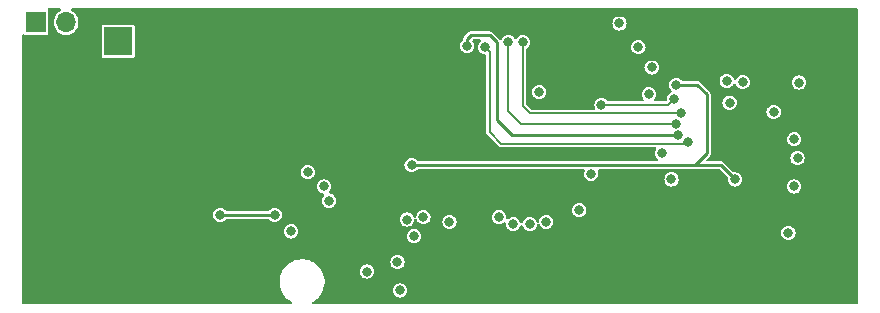
<source format=gbr>
%TF.GenerationSoftware,KiCad,Pcbnew,8.0.5*%
%TF.CreationDate,2024-09-13T15:02:39+03:00*%
%TF.ProjectId,LEXI-R422,4c455849-2d52-4343-9232-2e6b69636164,rev?*%
%TF.SameCoordinates,Original*%
%TF.FileFunction,Copper,L3,Inr*%
%TF.FilePolarity,Positive*%
%FSLAX46Y46*%
G04 Gerber Fmt 4.6, Leading zero omitted, Abs format (unit mm)*
G04 Created by KiCad (PCBNEW 8.0.5) date 2024-09-13 15:02:39*
%MOMM*%
%LPD*%
G01*
G04 APERTURE LIST*
%TA.AperFunction,ComponentPad*%
%ADD10C,0.600000*%
%TD*%
%TA.AperFunction,ComponentPad*%
%ADD11R,2.400000X2.400000*%
%TD*%
%TA.AperFunction,ComponentPad*%
%ADD12C,2.400000*%
%TD*%
%TA.AperFunction,ComponentPad*%
%ADD13R,1.700000X1.700000*%
%TD*%
%TA.AperFunction,ComponentPad*%
%ADD14O,1.700000X1.700000*%
%TD*%
%TA.AperFunction,ViaPad*%
%ADD15C,0.400000*%
%TD*%
%TA.AperFunction,ViaPad*%
%ADD16C,0.800000*%
%TD*%
%TA.AperFunction,Conductor*%
%ADD17C,0.250000*%
%TD*%
%TA.AperFunction,Conductor*%
%ADD18C,0.200000*%
%TD*%
G04 APERTURE END LIST*
D10*
%TO.N,GND*%
%TO.C,U1*%
X26450000Y6650000D03*
X26450000Y5650000D03*
%TD*%
D11*
%TO.N,/+3V6d*%
%TO.C,BT1*%
X11750000Y19500000D03*
D12*
%TO.N,GND*%
X11750000Y-1500000D03*
X15500000Y-1500000D03*
X8000000Y-1500000D03*
%TD*%
D13*
%TO.N,/+3V6*%
%TO.C,J1*%
X4800000Y21100000D03*
D14*
%TO.N,/+3V6d*%
X7340000Y21100000D03*
%TD*%
D15*
%TO.N,GND*%
X22833000Y15636343D03*
X72333000Y9636343D03*
X13833000Y17136343D03*
X70833000Y-863657D03*
X15333000Y20136343D03*
X21333000Y15636343D03*
X10833000Y5136343D03*
X72333000Y6636343D03*
X72333000Y3636343D03*
X22833000Y17136343D03*
X35400000Y15200000D03*
X24333000Y18636343D03*
X25833000Y21636343D03*
X32400000Y15000000D03*
X15333000Y5136343D03*
X34833000Y12636343D03*
X36333000Y11136343D03*
X57333000Y-2363657D03*
X55833000Y-2363657D03*
X18333000Y-2363657D03*
X73833000Y-863657D03*
X15333000Y9636343D03*
X10833000Y636343D03*
X27333000Y21636343D03*
X15333000Y8136343D03*
X36333000Y18636343D03*
X25833000Y9636343D03*
X13833000Y21636343D03*
X29000000Y17400000D03*
X73833000Y6636343D03*
X21333000Y-2363657D03*
X73833000Y5136343D03*
X18333000Y-863657D03*
X13833000Y20136343D03*
X4833000Y12636343D03*
X69333000Y636343D03*
X73833000Y3636343D03*
X4833000Y636343D03*
X25833000Y17136343D03*
X36333000Y21636343D03*
X60333000Y-2363657D03*
X34833000Y11136343D03*
X36333000Y20136343D03*
X27333000Y11136343D03*
X4833000Y2136343D03*
X7833000Y636343D03*
X58833000Y-2363657D03*
X70833000Y2136343D03*
X25833000Y18636343D03*
X15333000Y11136343D03*
X9333000Y17136343D03*
X30333000Y12636343D03*
X4833000Y-863657D03*
X73833000Y2136343D03*
X28800000Y18000000D03*
X31800000Y15000000D03*
X49833000Y2136343D03*
X37833000Y21636343D03*
X15333000Y12636343D03*
X27333000Y14136343D03*
X63333000Y-2363657D03*
X72333000Y11136343D03*
D16*
X18135600Y16179800D03*
D15*
X45333000Y-2363657D03*
X12333000Y21636343D03*
X9333000Y636343D03*
X13833000Y14136343D03*
X49833000Y-2363657D03*
X15333000Y18636343D03*
X32400000Y17200000D03*
X30333000Y636343D03*
X4833000Y3636343D03*
X24333000Y20136343D03*
X73833000Y11136343D03*
X73833000Y9636343D03*
X30600000Y17000000D03*
X24333000Y636343D03*
X48333000Y-2363657D03*
X51333000Y18636343D03*
X33333000Y12636343D03*
X39333000Y20136343D03*
X13833000Y18636343D03*
X7833000Y18636343D03*
X24333000Y-2363657D03*
X25833000Y20136343D03*
X33000000Y15000000D03*
X31833000Y12636343D03*
X21333000Y14136343D03*
X40833000Y-2363657D03*
X43833000Y-2363657D03*
X72333000Y636343D03*
X61833000Y-2363657D03*
X33333000Y18636343D03*
X33333000Y11136343D03*
X58833000Y2136343D03*
X45333000Y21636343D03*
X24333000Y21636343D03*
X28833000Y12636343D03*
X15333000Y14136343D03*
X37833000Y20136343D03*
X24333000Y14136343D03*
X55833000Y6636343D03*
X39333000Y21636343D03*
X72333000Y14136343D03*
X30333000Y-863657D03*
X46833000Y-2363657D03*
X9333000Y18636343D03*
X72333000Y2136343D03*
X58833000Y3636343D03*
X33333000Y-2363657D03*
X46833000Y21636343D03*
X69333000Y-2363657D03*
X13833000Y9636343D03*
X73833000Y12636343D03*
X13833000Y11136343D03*
X25833000Y12636343D03*
X27333000Y15636343D03*
X7833000Y2136343D03*
X36000000Y15200000D03*
D16*
X22707600Y21285200D03*
D15*
X15333000Y3636343D03*
X24333000Y17136343D03*
X31833000Y21636343D03*
X31200000Y15000000D03*
X55833000Y2136343D03*
X4833000Y5136343D03*
X51333000Y17136343D03*
X19833000Y14136343D03*
X67833000Y-2363657D03*
X4833000Y-2363657D03*
X39333000Y2136343D03*
X22833000Y-863657D03*
X16833000Y14136343D03*
X51333000Y15636343D03*
X7833000Y3636343D03*
X24333000Y-863657D03*
X52833000Y-2363657D03*
X72333000Y8136343D03*
X72333000Y-2363657D03*
X28800000Y15600000D03*
X18333000Y14136343D03*
X64833000Y-2363657D03*
X48333000Y20136343D03*
X25833000Y14136343D03*
X22833000Y14136343D03*
X31800000Y17200000D03*
X39333000Y-2363657D03*
X33333000Y21636343D03*
X4833000Y11136343D03*
X69333000Y-863657D03*
X42333000Y-2363657D03*
X33333000Y9636343D03*
X13833000Y12636343D03*
X31200000Y17200000D03*
X15333000Y21636343D03*
X25833000Y11136343D03*
X19833000Y-863657D03*
X48333000Y21636343D03*
X21333000Y-863657D03*
X34833000Y20136343D03*
X54333000Y-2363657D03*
X58833000Y5136343D03*
X13833000Y15636343D03*
X36333000Y12636343D03*
X37833000Y-2363657D03*
X70833000Y-2363657D03*
X6333000Y636343D03*
X19833000Y15636343D03*
X31833000Y-2363657D03*
X28800000Y16800000D03*
X27333000Y12636343D03*
X67833000Y636343D03*
X34800000Y17200000D03*
X30800000Y18200000D03*
X64833000Y-863657D03*
X34833000Y18636343D03*
X19833000Y-2363657D03*
X36600000Y17000000D03*
X36000000Y17000000D03*
X57333000Y2136343D03*
X10833000Y3636343D03*
X30333000Y-2363657D03*
X22833000Y-2363657D03*
X13833000Y5136343D03*
X73833000Y8136343D03*
X33000000Y17200000D03*
X27333000Y17136343D03*
X22833000Y18636343D03*
X4833000Y14136343D03*
X33600000Y15000000D03*
X70833000Y636343D03*
X9333000Y2136343D03*
X66333000Y-2363657D03*
X35400000Y17000000D03*
X25833000Y15636343D03*
X73833000Y-2363657D03*
X72333000Y12636343D03*
X9333000Y3636343D03*
X30800000Y17600000D03*
X40833000Y2136343D03*
X33333000Y20136343D03*
X34833000Y21636343D03*
X33600000Y17200000D03*
X72333000Y-863657D03*
X34200000Y17200000D03*
X73833000Y636343D03*
X28800000Y16200000D03*
X64833000Y21636343D03*
X36600000Y15200000D03*
X24333000Y15636343D03*
X10833000Y2136343D03*
X42333000Y3636343D03*
X73833000Y14136343D03*
X34833000Y9636343D03*
X15333000Y15636343D03*
X51333000Y-2363657D03*
D16*
%TO.N,/uRST*%
X56675000Y15000000D03*
X48000000Y4200000D03*
%TO.N,/uCLK*%
X46600000Y4000000D03*
X56920000Y17280000D03*
%TO.N,/uData*%
X45200000Y4000000D03*
X55800000Y19000000D03*
%TO.N,/uVDD*%
X44000000Y4600000D03*
%TO.N,/VBAT*%
X29200000Y7200000D03*
X36200000Y4400000D03*
X69400000Y16000000D03*
X39800000Y4200000D03*
X35400000Y800000D03*
X37600000Y4600000D03*
X35600000Y-1600000D03*
X36800000Y3000000D03*
X29600000Y6000000D03*
X27800000Y8400000D03*
%TO.N,/uPWRKEY*%
X69000000Y11200000D03*
%TO.N,/uDTR*%
X63275000Y16125000D03*
%TO.N,/TxD*%
X69275000Y9600000D03*
%TO.N,/RxD*%
X69000000Y7200000D03*
%TO.N,/uDCD*%
X64625000Y16025000D03*
%TO.N,/RXD*%
X59148889Y11524985D03*
X41300000Y19100000D03*
%TO.N,/TXD*%
X60000000Y11000000D03*
X42800000Y19000000D03*
%TO.N,/VDD_EXT*%
X64002158Y7796763D03*
X36600000Y9000000D03*
X59000000Y15800000D03*
%TO.N,/DTR*%
X46000000Y19400000D03*
X59400000Y13400000D03*
%TO.N,/DCD*%
X58952785Y12505571D03*
X44800000Y19400000D03*
%TO.N,/PWRKEY*%
X50800000Y5200000D03*
%TO.N,/Alim*%
X32800000Y0D03*
X26400000Y3400000D03*
%TO.N,/+3V6d*%
X25000000Y4800000D03*
X20400000Y4800000D03*
%TO.N,/+3V3_UC*%
X68500000Y3275000D03*
X67250000Y13500000D03*
X63525000Y14300000D03*
%TO.N,/Vbus*%
X58800000Y14600000D03*
X52675000Y14100000D03*
%TO.N,/U5V*%
X58600000Y7800000D03*
X51800000Y8275000D03*
%TO.N,/P99*%
X47400000Y15200000D03*
X57800000Y10000000D03*
%TO.N,/Network*%
X54200000Y21000000D03*
%TD*%
D17*
%TO.N,/RXD*%
X45075015Y11524985D02*
X59148889Y11524985D01*
X41300000Y19100000D02*
X41300000Y19700000D01*
X41300000Y19700000D02*
X41600000Y20000000D01*
X43200000Y20000000D02*
X43800000Y19400000D01*
X43800000Y12800000D02*
X45075015Y11524985D01*
X41600000Y20000000D02*
X43200000Y20000000D01*
X43800000Y19400000D02*
X43800000Y12800000D01*
D18*
%TO.N,/TXD*%
X44175015Y10824985D02*
X43200000Y11800000D01*
X43200000Y11800000D02*
X43200000Y18600000D01*
X59824985Y10824985D02*
X44175015Y10824985D01*
X43200000Y18600000D02*
X42800000Y19000000D01*
X60000000Y11000000D02*
X59824985Y10824985D01*
D17*
%TO.N,/VDD_EXT*%
X59800000Y9000000D02*
X62800000Y9000000D01*
X64002158Y7797842D02*
X64002158Y7796763D01*
X62800000Y9000000D02*
X64002158Y7797842D01*
X61600000Y15000000D02*
X60800000Y15800000D01*
X60600000Y9000000D02*
X61600000Y10000000D01*
X36600000Y9000000D02*
X59800000Y9000000D01*
X61600000Y10000000D02*
X61600000Y15000000D01*
X59800000Y9000000D02*
X60600000Y9000000D01*
X60800000Y15800000D02*
X59000000Y15800000D01*
D18*
%TO.N,/DTR*%
X46600000Y13400000D02*
X46000000Y14000000D01*
X46000000Y14000000D02*
X46000000Y19400000D01*
X59400000Y13400000D02*
X46600000Y13400000D01*
%TO.N,/DCD*%
X58952785Y12505571D02*
X45894429Y12505571D01*
X44800000Y13600000D02*
X44800000Y19400000D01*
X45894429Y12505571D02*
X44800000Y13600000D01*
D17*
%TO.N,/+3V6d*%
X25000000Y4800000D02*
X20400000Y4800000D01*
D18*
%TO.N,/Vbus*%
X58300000Y14100000D02*
X58800000Y14600000D01*
X52675000Y14100000D02*
X58300000Y14100000D01*
%TD*%
%TA.AperFunction,Conductor*%
%TO.N,GND*%
G36*
X6892473Y22264398D02*
G01*
X6938966Y22210742D01*
X6949070Y22140468D01*
X6919576Y22075888D01*
X6883750Y22047279D01*
X6753550Y21977685D01*
X6593590Y21846410D01*
X6462315Y21686450D01*
X6462313Y21686447D01*
X6364768Y21503954D01*
X6304698Y21305927D01*
X6284417Y21100003D01*
X6284417Y21099996D01*
X6304698Y20894072D01*
X6364768Y20696045D01*
X6462313Y20513552D01*
X6593590Y20353590D01*
X6753552Y20222313D01*
X6936045Y20124768D01*
X7134072Y20064698D01*
X7339997Y20044417D01*
X7340000Y20044417D01*
X7340003Y20044417D01*
X7545927Y20064698D01*
X7743954Y20124768D01*
X7926447Y20222313D01*
X7926448Y20222314D01*
X7926450Y20222315D01*
X8086410Y20353590D01*
X8217685Y20513550D01*
X8315232Y20696046D01*
X8322422Y20719750D01*
X10349500Y20719750D01*
X10349500Y18280249D01*
X10361132Y18221771D01*
X10361133Y18221768D01*
X10405448Y18155448D01*
X10471768Y18111133D01*
X10471771Y18111132D01*
X10530249Y18099500D01*
X10530252Y18099500D01*
X12969750Y18099500D01*
X13028228Y18111132D01*
X13028231Y18111133D01*
X13094552Y18155448D01*
X13138867Y18221769D01*
X13150500Y18280252D01*
X13150500Y20719748D01*
X13138867Y20778231D01*
X13094552Y20844552D01*
X13028231Y20888867D01*
X12969748Y20900500D01*
X10530252Y20900500D01*
X10471769Y20888867D01*
X10405448Y20844552D01*
X10361133Y20778231D01*
X10361132Y20778228D01*
X10349500Y20719750D01*
X8322422Y20719750D01*
X8375300Y20894066D01*
X8385734Y21000000D01*
X53594318Y21000000D01*
X53594318Y20999999D01*
X53614955Y20843239D01*
X53675463Y20697160D01*
X53675465Y20697157D01*
X53771718Y20571718D01*
X53897157Y20475465D01*
X53897160Y20475463D01*
X54043239Y20414955D01*
X54200000Y20394318D01*
X54356760Y20414955D01*
X54502839Y20475463D01*
X54502842Y20475465D01*
X54628282Y20571718D01*
X54724536Y20697159D01*
X54785044Y20843238D01*
X54805682Y21000000D01*
X54785044Y21156762D01*
X54724536Y21302841D01*
X54628282Y21428282D01*
X54502841Y21524536D01*
X54356762Y21585044D01*
X54200000Y21605682D01*
X54043238Y21585044D01*
X53897159Y21524536D01*
X53771718Y21428282D01*
X53677832Y21305927D01*
X53675465Y21302842D01*
X53675463Y21302839D01*
X53614955Y21156760D01*
X53594318Y21000000D01*
X8385734Y21000000D01*
X8395583Y21100000D01*
X8389993Y21156760D01*
X8375301Y21305927D01*
X8375300Y21305928D01*
X8375300Y21305934D01*
X8315232Y21503954D01*
X8217685Y21686450D01*
X8086410Y21846410D01*
X7926450Y21977685D01*
X7796250Y22047278D01*
X7745603Y22097031D01*
X7729894Y22166267D01*
X7754110Y22233006D01*
X7810564Y22276058D01*
X7855648Y22284400D01*
X74293200Y22284400D01*
X74361321Y22264398D01*
X74407814Y22210742D01*
X74419200Y22158400D01*
X74419200Y-2654000D01*
X74399198Y-2722121D01*
X74345542Y-2768614D01*
X74293200Y-2780000D01*
X28282337Y-2780000D01*
X28214216Y-2759998D01*
X28167723Y-2706342D01*
X28157619Y-2636068D01*
X28187113Y-2571488D01*
X28219337Y-2544881D01*
X28331087Y-2480361D01*
X28388527Y-2447199D01*
X28586176Y-2295538D01*
X28762338Y-2119376D01*
X28913999Y-1921727D01*
X29038564Y-1705973D01*
X29082460Y-1599999D01*
X34994318Y-1599999D01*
X34994318Y-1600000D01*
X35014955Y-1756760D01*
X35014956Y-1756762D01*
X35075464Y-1902841D01*
X35171718Y-2028282D01*
X35297159Y-2124536D01*
X35443238Y-2185044D01*
X35600000Y-2205682D01*
X35756762Y-2185044D01*
X35902841Y-2124536D01*
X36028282Y-2028282D01*
X36124536Y-1902841D01*
X36185044Y-1756762D01*
X36205682Y-1600000D01*
X36185044Y-1443238D01*
X36124536Y-1297159D01*
X36028282Y-1171718D01*
X35902841Y-1075464D01*
X35756762Y-1014956D01*
X35756760Y-1014955D01*
X35600000Y-994318D01*
X35443239Y-1014955D01*
X35297160Y-1075463D01*
X35297157Y-1075465D01*
X35171718Y-1171718D01*
X35075465Y-1297157D01*
X35075463Y-1297160D01*
X35014955Y-1443239D01*
X34994318Y-1599999D01*
X29082460Y-1599999D01*
X29133902Y-1475807D01*
X29198382Y-1235165D01*
X29230900Y-988165D01*
X29230900Y-739035D01*
X29198382Y-492035D01*
X29133902Y-251393D01*
X29038564Y-21227D01*
X29038558Y-21218D01*
X29038557Y-21214D01*
X29026309Y0D01*
X32194318Y0D01*
X32214955Y-156760D01*
X32254154Y-251393D01*
X32275464Y-302841D01*
X32371718Y-428282D01*
X32497159Y-524536D01*
X32643238Y-585044D01*
X32800000Y-605682D01*
X32956762Y-585044D01*
X33102841Y-524536D01*
X33228282Y-428282D01*
X33324536Y-302841D01*
X33385044Y-156762D01*
X33405682Y0D01*
X33385044Y156762D01*
X33324536Y302841D01*
X33228282Y428282D01*
X33102841Y524536D01*
X32956762Y585044D01*
X32800000Y605682D01*
X32643238Y585044D01*
X32497159Y524536D01*
X32371718Y428282D01*
X32275465Y302842D01*
X32275463Y302839D01*
X32214955Y156760D01*
X32194318Y0D01*
X29026309Y0D01*
X28935804Y156760D01*
X28913999Y194527D01*
X28762338Y392176D01*
X28586176Y568338D01*
X28388527Y719999D01*
X28249961Y800000D01*
X34794318Y800000D01*
X34794318Y799999D01*
X34814955Y643239D01*
X34875463Y497160D01*
X34875465Y497157D01*
X34971718Y371718D01*
X35097157Y275465D01*
X35097160Y275463D01*
X35243239Y214955D01*
X35400000Y194318D01*
X35556760Y214955D01*
X35702839Y275463D01*
X35702842Y275465D01*
X35828282Y371718D01*
X35924536Y497159D01*
X35985044Y643238D01*
X36005682Y800000D01*
X35985044Y956762D01*
X35924536Y1102841D01*
X35828282Y1228282D01*
X35702841Y1324536D01*
X35556762Y1385044D01*
X35400000Y1405682D01*
X35243238Y1385044D01*
X35097159Y1324536D01*
X34971718Y1228282D01*
X34875465Y1102842D01*
X34875463Y1102839D01*
X34814955Y956760D01*
X34794318Y800000D01*
X28249961Y800000D01*
X28172773Y844564D01*
X27942607Y939902D01*
X27701965Y1004382D01*
X27701958Y1004382D01*
X27701958Y1004383D01*
X27678190Y1007511D01*
X27454965Y1036900D01*
X27205835Y1036900D01*
X27022499Y1012763D01*
X26958841Y1004383D01*
X26958839Y1004382D01*
X26958835Y1004382D01*
X26718193Y939902D01*
X26488027Y844564D01*
X26488018Y844558D01*
X26488014Y844557D01*
X26272276Y720001D01*
X26272273Y719999D01*
X26074624Y568338D01*
X26074618Y568332D01*
X26074613Y568328D01*
X25898471Y392186D01*
X25898466Y392180D01*
X25898462Y392176D01*
X25762477Y214956D01*
X25746798Y194523D01*
X25622242Y-21214D01*
X25622237Y-21225D01*
X25622236Y-21227D01*
X25526898Y-251393D01*
X25526897Y-251397D01*
X25462416Y-492041D01*
X25429900Y-739032D01*
X25429900Y-988167D01*
X25462416Y-1235158D01*
X25462418Y-1235165D01*
X25526898Y-1475807D01*
X25622236Y-1705973D01*
X25622237Y-1705974D01*
X25622242Y-1705985D01*
X25746798Y-1921723D01*
X25746800Y-1921726D01*
X25746801Y-1921727D01*
X25898462Y-2119376D01*
X25898466Y-2119380D01*
X25898471Y-2119386D01*
X26074613Y-2295528D01*
X26074618Y-2295532D01*
X26074624Y-2295538D01*
X26272273Y-2447199D01*
X26272276Y-2447201D01*
X26441463Y-2544881D01*
X26490456Y-2596263D01*
X26503892Y-2665977D01*
X26477506Y-2731888D01*
X26419674Y-2773070D01*
X26378463Y-2780000D01*
X3751000Y-2780000D01*
X3682879Y-2759998D01*
X3636386Y-2706342D01*
X3625000Y-2654000D01*
X3625000Y3400000D01*
X25794318Y3400000D01*
X25794318Y3399999D01*
X25814955Y3243239D01*
X25875463Y3097160D01*
X25875465Y3097157D01*
X25971718Y2971718D01*
X26097157Y2875465D01*
X26097160Y2875463D01*
X26243239Y2814955D01*
X26400000Y2794318D01*
X26556760Y2814955D01*
X26702839Y2875463D01*
X26702842Y2875465D01*
X26828282Y2971718D01*
X26849983Y3000000D01*
X36194318Y3000000D01*
X36194318Y2999999D01*
X36214955Y2843239D01*
X36275463Y2697160D01*
X36275465Y2697157D01*
X36371718Y2571718D01*
X36497157Y2475465D01*
X36497160Y2475463D01*
X36643239Y2414955D01*
X36800000Y2394318D01*
X36956760Y2414955D01*
X37102839Y2475463D01*
X37102842Y2475465D01*
X37228282Y2571718D01*
X37324536Y2697159D01*
X37385044Y2843238D01*
X37401959Y2971718D01*
X37405682Y2999999D01*
X37405682Y3000000D01*
X37390116Y3118238D01*
X37385044Y3156762D01*
X37336068Y3275000D01*
X67894318Y3275000D01*
X67894318Y3274999D01*
X67914955Y3118239D01*
X67975463Y2972160D01*
X67975465Y2972157D01*
X68071718Y2846718D01*
X68197157Y2750465D01*
X68197160Y2750463D01*
X68343239Y2689955D01*
X68500000Y2669318D01*
X68656760Y2689955D01*
X68802839Y2750463D01*
X68802842Y2750465D01*
X68928282Y2846718D01*
X69024536Y2972159D01*
X69085044Y3118238D01*
X69095363Y3196619D01*
X69105682Y3274999D01*
X69105682Y3275000D01*
X69102017Y3302842D01*
X69085044Y3431762D01*
X69024536Y3577841D01*
X68928282Y3703282D01*
X68802841Y3799536D01*
X68656762Y3860044D01*
X68500000Y3880682D01*
X68343238Y3860044D01*
X68197159Y3799536D01*
X68071718Y3703282D01*
X67980991Y3585044D01*
X67975465Y3577842D01*
X67975463Y3577839D01*
X67914955Y3431760D01*
X67894318Y3275000D01*
X37336068Y3275000D01*
X37324536Y3302841D01*
X37228282Y3428282D01*
X37102841Y3524536D01*
X36956762Y3585044D01*
X36800000Y3605682D01*
X36643238Y3585044D01*
X36497159Y3524536D01*
X36371718Y3428282D01*
X36350017Y3400000D01*
X36275465Y3302842D01*
X36275463Y3302839D01*
X36214955Y3156760D01*
X36194318Y3000000D01*
X26849983Y3000000D01*
X26924536Y3097159D01*
X26985044Y3243238D01*
X27005682Y3400000D01*
X26985044Y3556762D01*
X26924536Y3702841D01*
X26828282Y3828282D01*
X26702841Y3924536D01*
X26556762Y3985044D01*
X26400000Y4005682D01*
X26243238Y3985044D01*
X26097159Y3924536D01*
X25971718Y3828282D01*
X25875802Y3703281D01*
X25875465Y3702842D01*
X25875463Y3702839D01*
X25814955Y3556760D01*
X25794318Y3400000D01*
X3625000Y3400000D01*
X3625000Y4800000D01*
X19794318Y4800000D01*
X19794318Y4799999D01*
X19814955Y4643239D01*
X19875463Y4497160D01*
X19875465Y4497157D01*
X19971718Y4371718D01*
X20097157Y4275465D01*
X20097160Y4275463D01*
X20243239Y4214955D01*
X20400000Y4194318D01*
X20556760Y4214955D01*
X20702839Y4275463D01*
X20702842Y4275465D01*
X20731113Y4297158D01*
X20828282Y4371718D01*
X20828284Y4371720D01*
X20869324Y4425204D01*
X20926662Y4467071D01*
X20969286Y4474500D01*
X24430714Y4474500D01*
X24498835Y4454498D01*
X24530676Y4425204D01*
X24571715Y4371720D01*
X24697157Y4275465D01*
X24697160Y4275463D01*
X24843239Y4214955D01*
X25000000Y4194318D01*
X25156760Y4214955D01*
X25302839Y4275463D01*
X25302842Y4275465D01*
X25428282Y4371718D01*
X25449983Y4400000D01*
X35594318Y4400000D01*
X35594318Y4399999D01*
X35614955Y4243239D01*
X35675463Y4097160D01*
X35675465Y4097157D01*
X35771718Y3971718D01*
X35897157Y3875465D01*
X35897160Y3875463D01*
X36043239Y3814955D01*
X36200000Y3794318D01*
X36356760Y3814955D01*
X36502839Y3875463D01*
X36502842Y3875465D01*
X36509641Y3880682D01*
X36628282Y3971718D01*
X36724536Y4097159D01*
X36785044Y4243238D01*
X36799096Y4349974D01*
X36827818Y4414901D01*
X36887084Y4453993D01*
X36958075Y4454838D01*
X37018254Y4417168D01*
X37040425Y4381749D01*
X37075464Y4297159D01*
X37075465Y4297158D01*
X37075465Y4297157D01*
X37171718Y4171718D01*
X37297157Y4075465D01*
X37297160Y4075463D01*
X37443239Y4014955D01*
X37600000Y3994318D01*
X37756760Y4014955D01*
X37902839Y4075463D01*
X37902842Y4075465D01*
X38028282Y4171718D01*
X38049983Y4200000D01*
X39194318Y4200000D01*
X39194318Y4199999D01*
X39214955Y4043239D01*
X39275463Y3897160D01*
X39275465Y3897157D01*
X39371718Y3771718D01*
X39497157Y3675465D01*
X39497160Y3675463D01*
X39643239Y3614955D01*
X39800000Y3594318D01*
X39956760Y3614955D01*
X40102839Y3675463D01*
X40102842Y3675465D01*
X40228282Y3771718D01*
X40324536Y3897159D01*
X40385044Y4043238D01*
X40405682Y4200000D01*
X40385044Y4356762D01*
X40324536Y4502841D01*
X40249983Y4600000D01*
X43394318Y4600000D01*
X43394318Y4599999D01*
X43414955Y4443239D01*
X43475463Y4297160D01*
X43475465Y4297157D01*
X43571718Y4171718D01*
X43697157Y4075465D01*
X43697160Y4075463D01*
X43843239Y4014955D01*
X44000000Y3994318D01*
X44156760Y4014955D01*
X44302839Y4075463D01*
X44302842Y4075465D01*
X44312097Y4082566D01*
X44396792Y4147555D01*
X44463013Y4173155D01*
X44532562Y4158890D01*
X44583357Y4109289D01*
X44599273Y4040099D01*
X44598418Y4031147D01*
X44594318Y4000001D01*
X44594318Y3999999D01*
X44614955Y3843239D01*
X44675463Y3697160D01*
X44675465Y3697157D01*
X44771718Y3571718D01*
X44897157Y3475465D01*
X44897160Y3475463D01*
X45043239Y3414955D01*
X45200000Y3394318D01*
X45356760Y3414955D01*
X45502839Y3475463D01*
X45502842Y3475465D01*
X45566790Y3524534D01*
X45628282Y3571718D01*
X45724536Y3697159D01*
X45783591Y3839731D01*
X45828140Y3895012D01*
X45895503Y3917433D01*
X45964294Y3899875D01*
X46012672Y3847913D01*
X46016405Y3839739D01*
X46026671Y3814956D01*
X46075463Y3697160D01*
X46075465Y3697157D01*
X46171718Y3571718D01*
X46297157Y3475465D01*
X46297160Y3475463D01*
X46443239Y3414955D01*
X46600000Y3394318D01*
X46756760Y3414955D01*
X46902839Y3475463D01*
X46902842Y3475465D01*
X46966790Y3524534D01*
X47028282Y3571718D01*
X47124536Y3697159D01*
X47185044Y3843238D01*
X47199096Y3949974D01*
X47227818Y4014901D01*
X47287084Y4053993D01*
X47358075Y4054838D01*
X47418254Y4017168D01*
X47440425Y3981749D01*
X47475464Y3897159D01*
X47475465Y3897158D01*
X47475465Y3897157D01*
X47571718Y3771718D01*
X47697157Y3675465D01*
X47697160Y3675463D01*
X47843239Y3614955D01*
X48000000Y3594318D01*
X48156760Y3614955D01*
X48302839Y3675463D01*
X48302842Y3675465D01*
X48428282Y3771718D01*
X48524536Y3897159D01*
X48585044Y4043238D01*
X48605682Y4200000D01*
X48585044Y4356762D01*
X48524536Y4502841D01*
X48428282Y4628282D01*
X48302841Y4724536D01*
X48156762Y4785044D01*
X48000000Y4805682D01*
X47843238Y4785044D01*
X47697159Y4724536D01*
X47571718Y4628282D01*
X47492111Y4524536D01*
X47475465Y4502842D01*
X47475463Y4502839D01*
X47414955Y4356760D01*
X47400903Y4250024D01*
X47372180Y4185097D01*
X47312915Y4146006D01*
X47241923Y4145161D01*
X47181745Y4182832D01*
X47159575Y4218248D01*
X47124536Y4302841D01*
X47028282Y4428282D01*
X46902841Y4524536D01*
X46756762Y4585044D01*
X46600000Y4605682D01*
X46443238Y4585044D01*
X46297159Y4524536D01*
X46171718Y4428282D01*
X46075465Y4302842D01*
X46075463Y4302839D01*
X46064643Y4276719D01*
X46016407Y4160266D01*
X45971861Y4104987D01*
X45904497Y4082566D01*
X45835706Y4100124D01*
X45787328Y4152086D01*
X45783599Y4160250D01*
X45724536Y4302841D01*
X45628282Y4428282D01*
X45502841Y4524536D01*
X45356762Y4585044D01*
X45200000Y4605682D01*
X45043238Y4585044D01*
X44897159Y4524536D01*
X44803207Y4452444D01*
X44736986Y4426844D01*
X44667438Y4441109D01*
X44616642Y4490710D01*
X44600726Y4559900D01*
X44601579Y4568835D01*
X44605682Y4600000D01*
X44585044Y4756762D01*
X44524536Y4902841D01*
X44428282Y5028282D01*
X44302841Y5124536D01*
X44156762Y5185044D01*
X44043159Y5200000D01*
X50194318Y5200000D01*
X50194318Y5199999D01*
X50214955Y5043239D01*
X50275463Y4897160D01*
X50275465Y4897157D01*
X50371718Y4771718D01*
X50497157Y4675465D01*
X50497160Y4675463D01*
X50643239Y4614955D01*
X50800000Y4594318D01*
X50956760Y4614955D01*
X51102839Y4675463D01*
X51102842Y4675465D01*
X51138514Y4702837D01*
X51228282Y4771718D01*
X51324536Y4897159D01*
X51385044Y5043238D01*
X51405682Y5200000D01*
X51385044Y5356762D01*
X51324536Y5502841D01*
X51228282Y5628282D01*
X51102841Y5724536D01*
X50956762Y5785044D01*
X50800000Y5805682D01*
X50643238Y5785044D01*
X50497159Y5724536D01*
X50371718Y5628282D01*
X50275465Y5502842D01*
X50275463Y5502839D01*
X50214955Y5356760D01*
X50194318Y5200000D01*
X44043159Y5200000D01*
X44000000Y5205682D01*
X43843238Y5185044D01*
X43697159Y5124536D01*
X43571718Y5028282D01*
X43492111Y4924536D01*
X43475465Y4902842D01*
X43475463Y4902839D01*
X43414955Y4756760D01*
X43394318Y4600000D01*
X40249983Y4600000D01*
X40228282Y4628282D01*
X40102841Y4724536D01*
X39956762Y4785044D01*
X39800000Y4805682D01*
X39643238Y4785044D01*
X39497159Y4724536D01*
X39371718Y4628282D01*
X39292111Y4524536D01*
X39275465Y4502842D01*
X39275463Y4502839D01*
X39214955Y4356760D01*
X39194318Y4200000D01*
X38049983Y4200000D01*
X38124536Y4297159D01*
X38185044Y4443238D01*
X38205682Y4600000D01*
X38185044Y4756762D01*
X38124536Y4902841D01*
X38028282Y5028282D01*
X37902841Y5124536D01*
X37756762Y5185044D01*
X37600000Y5205682D01*
X37443238Y5185044D01*
X37297159Y5124536D01*
X37171718Y5028282D01*
X37092111Y4924536D01*
X37075465Y4902842D01*
X37075463Y4902839D01*
X37014955Y4756760D01*
X37000903Y4650024D01*
X36972180Y4585097D01*
X36912915Y4546006D01*
X36841923Y4545161D01*
X36781745Y4582832D01*
X36759575Y4618248D01*
X36724536Y4702841D01*
X36628282Y4828282D01*
X36502841Y4924536D01*
X36356762Y4985044D01*
X36200000Y5005682D01*
X36043238Y4985044D01*
X35897159Y4924536D01*
X35771718Y4828282D01*
X35692111Y4724536D01*
X35675465Y4702842D01*
X35675463Y4702839D01*
X35614955Y4556760D01*
X35594318Y4400000D01*
X25449983Y4400000D01*
X25524536Y4497159D01*
X25585044Y4643238D01*
X25605682Y4800000D01*
X25585044Y4956762D01*
X25524536Y5102841D01*
X25428282Y5228282D01*
X25302841Y5324536D01*
X25156762Y5385044D01*
X25000000Y5405682D01*
X24843238Y5385044D01*
X24697159Y5324536D01*
X24571718Y5228282D01*
X24571716Y5228280D01*
X24571715Y5228279D01*
X24530676Y5174796D01*
X24473338Y5132929D01*
X24430714Y5125500D01*
X20969286Y5125500D01*
X20901165Y5145502D01*
X20869324Y5174796D01*
X20828284Y5228279D01*
X20828282Y5228282D01*
X20702841Y5324536D01*
X20556762Y5385044D01*
X20400000Y5405682D01*
X20243238Y5385044D01*
X20097159Y5324536D01*
X19971718Y5228282D01*
X19892851Y5125500D01*
X19875465Y5102842D01*
X19875463Y5102839D01*
X19814955Y4956760D01*
X19794318Y4800000D01*
X3625000Y4800000D01*
X3625000Y7200000D01*
X28594318Y7200000D01*
X28594318Y7199999D01*
X28614955Y7043239D01*
X28675463Y6897160D01*
X28675465Y6897157D01*
X28771718Y6771718D01*
X28897157Y6675465D01*
X28897160Y6675463D01*
X28982731Y6640018D01*
X29043238Y6614956D01*
X29052878Y6613686D01*
X29073657Y6610951D01*
X29138584Y6582227D01*
X29177675Y6522962D01*
X29178518Y6451970D01*
X29157172Y6409325D01*
X29075465Y6302842D01*
X29075463Y6302839D01*
X29014955Y6156760D01*
X28994318Y6000000D01*
X28994318Y5999999D01*
X29014955Y5843239D01*
X29075463Y5697160D01*
X29075465Y5697157D01*
X29171718Y5571718D01*
X29297157Y5475465D01*
X29297160Y5475463D01*
X29443239Y5414955D01*
X29600000Y5394318D01*
X29756760Y5414955D01*
X29902839Y5475463D01*
X29902842Y5475465D01*
X30028282Y5571718D01*
X30124536Y5697159D01*
X30185044Y5843238D01*
X30205682Y6000000D01*
X30185044Y6156762D01*
X30124536Y6302841D01*
X30028282Y6428282D01*
X29902841Y6524536D01*
X29756762Y6585044D01*
X29726344Y6589048D01*
X29661418Y6617769D01*
X29622325Y6677034D01*
X29621480Y6748025D01*
X29642827Y6790674D01*
X29724534Y6897157D01*
X29724536Y6897159D01*
X29785044Y7043238D01*
X29805682Y7200000D01*
X29785044Y7356762D01*
X29724536Y7502841D01*
X29628282Y7628282D01*
X29502841Y7724536D01*
X29356762Y7785044D01*
X29200000Y7805682D01*
X29043238Y7785044D01*
X28897159Y7724536D01*
X28771718Y7628282D01*
X28675465Y7502842D01*
X28675463Y7502839D01*
X28614955Y7356760D01*
X28594318Y7200000D01*
X3625000Y7200000D01*
X3625000Y8400000D01*
X27194318Y8400000D01*
X27194318Y8399999D01*
X27214955Y8243239D01*
X27275463Y8097160D01*
X27275465Y8097157D01*
X27371718Y7971718D01*
X27497157Y7875465D01*
X27497160Y7875463D01*
X27643239Y7814955D01*
X27800000Y7794318D01*
X27956760Y7814955D01*
X28102839Y7875463D01*
X28102842Y7875465D01*
X28228282Y7971718D01*
X28324536Y8097159D01*
X28385044Y8243238D01*
X28405682Y8400000D01*
X28385044Y8556762D01*
X28324536Y8702841D01*
X28228282Y8828282D01*
X28102841Y8924536D01*
X27956762Y8985044D01*
X27843159Y9000000D01*
X35994318Y9000000D01*
X35994318Y8999999D01*
X36014955Y8843239D01*
X36075463Y8697160D01*
X36075465Y8697157D01*
X36171718Y8571718D01*
X36297157Y8475465D01*
X36297160Y8475463D01*
X36443239Y8414955D01*
X36600000Y8394318D01*
X36756760Y8414955D01*
X36902839Y8475463D01*
X36902842Y8475465D01*
X37028282Y8571718D01*
X37028284Y8571720D01*
X37069324Y8625204D01*
X37126662Y8667071D01*
X37169286Y8674500D01*
X51126929Y8674500D01*
X51195050Y8654498D01*
X51241543Y8600842D01*
X51251647Y8530568D01*
X51243338Y8500282D01*
X51214955Y8431760D01*
X51194318Y8275000D01*
X51194318Y8274999D01*
X51214955Y8118239D01*
X51275463Y7972160D01*
X51275465Y7972157D01*
X51371718Y7846718D01*
X51497157Y7750465D01*
X51497160Y7750463D01*
X51643239Y7689955D01*
X51800000Y7669318D01*
X51956760Y7689955D01*
X52102839Y7750463D01*
X52102842Y7750465D01*
X52167398Y7800000D01*
X57994318Y7800000D01*
X57994318Y7799999D01*
X58014955Y7643239D01*
X58075463Y7497160D01*
X58075465Y7497157D01*
X58171718Y7371718D01*
X58297157Y7275465D01*
X58297160Y7275463D01*
X58443239Y7214955D01*
X58600000Y7194318D01*
X58756760Y7214955D01*
X58902839Y7275463D01*
X58902842Y7275465D01*
X59028282Y7371718D01*
X59124536Y7497159D01*
X59185044Y7643238D01*
X59199160Y7750463D01*
X59205682Y7799999D01*
X59205682Y7800000D01*
X59191492Y7907785D01*
X59185044Y7956762D01*
X59124536Y8102841D01*
X59028282Y8228282D01*
X58902841Y8324536D01*
X58756762Y8385044D01*
X58600000Y8405682D01*
X58443238Y8385044D01*
X58297159Y8324536D01*
X58171718Y8228282D01*
X58087279Y8118238D01*
X58075465Y8102842D01*
X58075463Y8102839D01*
X58014955Y7956760D01*
X57994318Y7800000D01*
X52167398Y7800000D01*
X52228282Y7846718D01*
X52324536Y7972159D01*
X52385044Y8118238D01*
X52399531Y8228281D01*
X52405682Y8274999D01*
X52405682Y8275000D01*
X52399160Y8324536D01*
X52385044Y8431762D01*
X52356661Y8500282D01*
X52349073Y8570872D01*
X52380853Y8634359D01*
X52441911Y8670586D01*
X52473071Y8674500D01*
X59757147Y8674500D01*
X60557147Y8674500D01*
X60642853Y8674500D01*
X62612982Y8674500D01*
X62681103Y8654498D01*
X62702078Y8637595D01*
X63369574Y7970097D01*
X63403599Y7907785D01*
X63405400Y7864557D01*
X63396476Y7796765D01*
X63396476Y7796761D01*
X63417113Y7640002D01*
X63477621Y7493923D01*
X63477623Y7493920D01*
X63573876Y7368481D01*
X63699315Y7272228D01*
X63699318Y7272226D01*
X63845397Y7211718D01*
X64002158Y7191081D01*
X64069907Y7200000D01*
X68394318Y7200000D01*
X68394318Y7199999D01*
X68414955Y7043239D01*
X68475463Y6897160D01*
X68475465Y6897157D01*
X68571718Y6771718D01*
X68697157Y6675465D01*
X68697160Y6675463D01*
X68843239Y6614955D01*
X69000000Y6594318D01*
X69156760Y6614955D01*
X69302839Y6675463D01*
X69302842Y6675465D01*
X69304887Y6677034D01*
X69428282Y6771718D01*
X69524536Y6897159D01*
X69585044Y7043238D01*
X69605682Y7200000D01*
X69585044Y7356762D01*
X69524536Y7502841D01*
X69428282Y7628282D01*
X69302841Y7724536D01*
X69156762Y7785044D01*
X69000000Y7805682D01*
X68843238Y7785044D01*
X68697159Y7724536D01*
X68571718Y7628282D01*
X68475465Y7502842D01*
X68475463Y7502839D01*
X68414955Y7356760D01*
X68394318Y7200000D01*
X64069907Y7200000D01*
X64158918Y7211718D01*
X64304997Y7272226D01*
X64305000Y7272228D01*
X64309216Y7275463D01*
X64430440Y7368481D01*
X64526694Y7493922D01*
X64587202Y7640001D01*
X64607840Y7796763D01*
X64587202Y7953525D01*
X64526694Y8099604D01*
X64430440Y8225045D01*
X64304999Y8321299D01*
X64158920Y8381807D01*
X64002158Y8402445D01*
X63936269Y8393770D01*
X63866123Y8404709D01*
X63830731Y8429594D01*
X62999862Y9260465D01*
X62925639Y9303318D01*
X62842853Y9325500D01*
X62842851Y9325500D01*
X61690016Y9325500D01*
X61621895Y9345502D01*
X61575402Y9399158D01*
X61565298Y9469432D01*
X61594792Y9534012D01*
X61600921Y9540595D01*
X61660326Y9600000D01*
X68669318Y9600000D01*
X68669318Y9599999D01*
X68689955Y9443239D01*
X68750463Y9297160D01*
X68750465Y9297157D01*
X68846718Y9171718D01*
X68972157Y9075465D01*
X68972160Y9075463D01*
X69118239Y9014955D01*
X69275000Y8994318D01*
X69431760Y9014955D01*
X69577839Y9075463D01*
X69577842Y9075465D01*
X69703282Y9171718D01*
X69799536Y9297159D01*
X69860044Y9443238D01*
X69880682Y9600000D01*
X69860044Y9756762D01*
X69799536Y9902841D01*
X69703282Y10028282D01*
X69577841Y10124536D01*
X69431762Y10185044D01*
X69275000Y10205682D01*
X69118238Y10185044D01*
X68972159Y10124536D01*
X68846718Y10028282D01*
X68750464Y9902841D01*
X68750463Y9902839D01*
X68689955Y9756760D01*
X68669318Y9600000D01*
X61660326Y9600000D01*
X61795450Y9735124D01*
X61795473Y9735145D01*
X61860459Y9800131D01*
X61860462Y9800135D01*
X61860465Y9800138D01*
X61903318Y9874362D01*
X61910949Y9902841D01*
X61925501Y9957148D01*
X61925501Y10042853D01*
X61925501Y10053003D01*
X61925500Y10053016D01*
X61925500Y11200000D01*
X68394318Y11200000D01*
X68394318Y11199999D01*
X68414955Y11043239D01*
X68475463Y10897160D01*
X68475465Y10897157D01*
X68571718Y10771718D01*
X68697157Y10675465D01*
X68697160Y10675463D01*
X68843239Y10614955D01*
X69000000Y10594318D01*
X69156760Y10614955D01*
X69302839Y10675463D01*
X69302842Y10675465D01*
X69428282Y10771718D01*
X69524536Y10897159D01*
X69585044Y11043238D01*
X69605682Y11200000D01*
X69585044Y11356762D01*
X69524536Y11502841D01*
X69428282Y11628282D01*
X69302841Y11724536D01*
X69156762Y11785044D01*
X69000000Y11805682D01*
X68843238Y11785044D01*
X68697159Y11724536D01*
X68571718Y11628282D01*
X68509433Y11547110D01*
X68475465Y11502842D01*
X68475463Y11502839D01*
X68414955Y11356760D01*
X68394318Y11200000D01*
X61925500Y11200000D01*
X61925500Y13500000D01*
X66644318Y13500000D01*
X66644318Y13499999D01*
X66664955Y13343239D01*
X66725463Y13197160D01*
X66725465Y13197157D01*
X66821718Y13071718D01*
X66947157Y12975465D01*
X66947160Y12975463D01*
X67093239Y12914955D01*
X67250000Y12894318D01*
X67406760Y12914955D01*
X67552839Y12975463D01*
X67552842Y12975465D01*
X67567896Y12987016D01*
X67678282Y13071718D01*
X67774536Y13197159D01*
X67835044Y13343238D01*
X67855682Y13500000D01*
X67835044Y13656762D01*
X67774536Y13802841D01*
X67678282Y13928282D01*
X67552841Y14024536D01*
X67406762Y14085044D01*
X67250000Y14105682D01*
X67093238Y14085044D01*
X66947159Y14024536D01*
X66821718Y13928282D01*
X66735170Y13815490D01*
X66725465Y13802842D01*
X66725463Y13802839D01*
X66664955Y13656760D01*
X66644318Y13500000D01*
X61925500Y13500000D01*
X61925500Y14300000D01*
X62919318Y14300000D01*
X62919318Y14299999D01*
X62939955Y14143239D01*
X63000463Y13997160D01*
X63000465Y13997157D01*
X63096718Y13871718D01*
X63222157Y13775465D01*
X63222160Y13775463D01*
X63368239Y13714955D01*
X63525000Y13694318D01*
X63681760Y13714955D01*
X63827839Y13775463D01*
X63827842Y13775465D01*
X63829401Y13776661D01*
X63953282Y13871718D01*
X64049536Y13997159D01*
X64110044Y14143238D01*
X64130682Y14300000D01*
X64110044Y14456762D01*
X64049536Y14602841D01*
X63953282Y14728282D01*
X63827841Y14824536D01*
X63681762Y14885044D01*
X63525000Y14905682D01*
X63368238Y14885044D01*
X63222159Y14824536D01*
X63096718Y14728282D01*
X63000743Y14603204D01*
X63000465Y14602842D01*
X63000463Y14602839D01*
X62939955Y14456760D01*
X62919318Y14300000D01*
X61925500Y14300000D01*
X61925500Y15042850D01*
X61925500Y15042853D01*
X61917751Y15071774D01*
X61903318Y15125639D01*
X61860465Y15199862D01*
X60999862Y16060465D01*
X60925639Y16103318D01*
X60844719Y16125000D01*
X62669318Y16125000D01*
X62669318Y16124999D01*
X62689955Y15968239D01*
X62750463Y15822160D01*
X62750465Y15822157D01*
X62846718Y15696718D01*
X62972157Y15600465D01*
X62972160Y15600463D01*
X63118239Y15539955D01*
X63275000Y15519318D01*
X63431760Y15539955D01*
X63577839Y15600463D01*
X63577842Y15600465D01*
X63584641Y15605682D01*
X63703282Y15696718D01*
X63799536Y15822159D01*
X63812881Y15854377D01*
X63857428Y15909657D01*
X63924791Y15932078D01*
X63993583Y15914520D01*
X64041961Y15862558D01*
X64045698Y15854376D01*
X64100463Y15722160D01*
X64100465Y15722157D01*
X64196718Y15596718D01*
X64322157Y15500465D01*
X64322160Y15500463D01*
X64468239Y15439955D01*
X64625000Y15419318D01*
X64781760Y15439955D01*
X64927839Y15500463D01*
X64927842Y15500465D01*
X64930936Y15502839D01*
X65053282Y15596718D01*
X65149536Y15722159D01*
X65210044Y15868238D01*
X65227391Y16000000D01*
X68794318Y16000000D01*
X68794318Y15999999D01*
X68814955Y15843239D01*
X68875463Y15697160D01*
X68875465Y15697157D01*
X68971718Y15571718D01*
X69097157Y15475465D01*
X69097160Y15475463D01*
X69243239Y15414955D01*
X69400000Y15394318D01*
X69556760Y15414955D01*
X69702839Y15475463D01*
X69702842Y15475465D01*
X69828282Y15571718D01*
X69924536Y15697159D01*
X69985044Y15843238D01*
X69999990Y15956762D01*
X70005682Y15999999D01*
X70005682Y16000000D01*
X69992143Y16102841D01*
X69985044Y16156762D01*
X69924536Y16302841D01*
X69828282Y16428282D01*
X69702841Y16524536D01*
X69556762Y16585044D01*
X69400000Y16605682D01*
X69243238Y16585044D01*
X69097159Y16524536D01*
X68971718Y16428282D01*
X68894648Y16327842D01*
X68875465Y16302842D01*
X68875463Y16302839D01*
X68814955Y16156760D01*
X68794318Y16000000D01*
X65227391Y16000000D01*
X65230682Y16025000D01*
X65210044Y16181762D01*
X65149536Y16327841D01*
X65053282Y16453282D01*
X64927841Y16549536D01*
X64781762Y16610044D01*
X64625000Y16630682D01*
X64468238Y16610044D01*
X64322159Y16549536D01*
X64196718Y16453282D01*
X64100465Y16327842D01*
X64100461Y16327835D01*
X64087118Y16295622D01*
X64042570Y16240341D01*
X63975206Y16217921D01*
X63906415Y16235480D01*
X63858037Y16287442D01*
X63854313Y16295596D01*
X63799536Y16427841D01*
X63703282Y16553282D01*
X63577841Y16649536D01*
X63431762Y16710044D01*
X63275000Y16730682D01*
X63118238Y16710044D01*
X62972159Y16649536D01*
X62846718Y16553282D01*
X62750802Y16428281D01*
X62750465Y16427842D01*
X62750463Y16427839D01*
X62689955Y16281760D01*
X62669318Y16125000D01*
X60844719Y16125000D01*
X60842853Y16125500D01*
X60842851Y16125500D01*
X59569286Y16125500D01*
X59501165Y16145502D01*
X59469324Y16174796D01*
X59428284Y16228279D01*
X59428282Y16228282D01*
X59302841Y16324536D01*
X59156762Y16385044D01*
X59000000Y16405682D01*
X58843238Y16385044D01*
X58697159Y16324536D01*
X58571718Y16228282D01*
X58475830Y16103318D01*
X58475465Y16102842D01*
X58475463Y16102839D01*
X58414955Y15956760D01*
X58394318Y15800000D01*
X58394318Y15799999D01*
X58414955Y15643239D01*
X58475463Y15497160D01*
X58475465Y15497157D01*
X58571720Y15371715D01*
X58581646Y15364099D01*
X58623512Y15306760D01*
X58627731Y15235889D01*
X58592965Y15173987D01*
X58553159Y15147732D01*
X58497159Y15124536D01*
X58371718Y15028282D01*
X58350017Y15000000D01*
X58275465Y14902842D01*
X58275463Y14902839D01*
X58214955Y14756760D01*
X58194318Y14600000D01*
X58194318Y14599999D01*
X58201829Y14542946D01*
X58190889Y14472797D01*
X58143761Y14419699D01*
X58076907Y14400500D01*
X57227404Y14400500D01*
X57159283Y14420502D01*
X57112790Y14474158D01*
X57102686Y14544432D01*
X57127442Y14603204D01*
X57199531Y14697152D01*
X57199532Y14697154D01*
X57199536Y14697159D01*
X57260044Y14843238D01*
X57280682Y15000000D01*
X57260044Y15156762D01*
X57199536Y15302841D01*
X57103282Y15428282D01*
X56977841Y15524536D01*
X56831762Y15585044D01*
X56675000Y15605682D01*
X56518238Y15585044D01*
X56372159Y15524536D01*
X56246718Y15428282D01*
X56153471Y15306760D01*
X56150465Y15302842D01*
X56150463Y15302839D01*
X56089955Y15156760D01*
X56069318Y15000000D01*
X56069318Y14999999D01*
X56089955Y14843239D01*
X56150463Y14697160D01*
X56150468Y14697152D01*
X56222558Y14603204D01*
X56248159Y14536984D01*
X56233894Y14467435D01*
X56184293Y14416639D01*
X56122596Y14400500D01*
X53263469Y14400500D01*
X53195348Y14420502D01*
X53163507Y14449796D01*
X53103284Y14528279D01*
X53103282Y14528282D01*
X52977841Y14624536D01*
X52831762Y14685044D01*
X52675000Y14705682D01*
X52518238Y14685044D01*
X52372159Y14624536D01*
X52246718Y14528282D01*
X52181462Y14443238D01*
X52150465Y14402842D01*
X52150463Y14402839D01*
X52089955Y14256760D01*
X52069318Y14100000D01*
X52069318Y14099999D01*
X52089955Y13943239D01*
X52118338Y13874718D01*
X52125927Y13804128D01*
X52094147Y13740641D01*
X52033089Y13704414D01*
X52001929Y13700500D01*
X46776661Y13700500D01*
X46708540Y13720502D01*
X46687566Y13737405D01*
X46337405Y14087566D01*
X46303379Y14149878D01*
X46300500Y14176661D01*
X46300500Y15200000D01*
X46794318Y15200000D01*
X46794318Y15199999D01*
X46814955Y15043239D01*
X46875463Y14897160D01*
X46875465Y14897157D01*
X46971718Y14771718D01*
X47097157Y14675465D01*
X47097160Y14675463D01*
X47243239Y14614955D01*
X47400000Y14594318D01*
X47556760Y14614955D01*
X47702839Y14675463D01*
X47702842Y14675465D01*
X47731105Y14697152D01*
X47828282Y14771718D01*
X47924536Y14897159D01*
X47985044Y15043238D01*
X48005682Y15200000D01*
X47985044Y15356762D01*
X47924536Y15502841D01*
X47828282Y15628282D01*
X47702841Y15724536D01*
X47556762Y15785044D01*
X47400000Y15805682D01*
X47243238Y15785044D01*
X47097159Y15724536D01*
X46971718Y15628282D01*
X46875465Y15502842D01*
X46875463Y15502839D01*
X46814955Y15356760D01*
X46794318Y15200000D01*
X46300500Y15200000D01*
X46300500Y17280000D01*
X56314318Y17280000D01*
X56314318Y17279999D01*
X56334955Y17123239D01*
X56395463Y16977160D01*
X56395465Y16977157D01*
X56491718Y16851718D01*
X56617157Y16755465D01*
X56617160Y16755463D01*
X56763239Y16694955D01*
X56920000Y16674318D01*
X57076760Y16694955D01*
X57222839Y16755463D01*
X57222842Y16755465D01*
X57348282Y16851718D01*
X57444536Y16977159D01*
X57505044Y17123238D01*
X57525682Y17280000D01*
X57505044Y17436762D01*
X57444536Y17582841D01*
X57348282Y17708282D01*
X57222841Y17804536D01*
X57076762Y17865044D01*
X56920000Y17885682D01*
X56763238Y17865044D01*
X56617159Y17804536D01*
X56491718Y17708282D01*
X56395465Y17582842D01*
X56395463Y17582839D01*
X56334955Y17436760D01*
X56314318Y17280000D01*
X46300500Y17280000D01*
X46300500Y18811531D01*
X46320502Y18879652D01*
X46349796Y18911493D01*
X46428279Y18971715D01*
X46428281Y18971717D01*
X46428282Y18971718D01*
X46449983Y19000000D01*
X55194318Y19000000D01*
X55194318Y18999999D01*
X55214955Y18843239D01*
X55275463Y18697160D01*
X55275465Y18697157D01*
X55371718Y18571718D01*
X55497157Y18475465D01*
X55497160Y18475463D01*
X55643239Y18414955D01*
X55800000Y18394318D01*
X55956760Y18414955D01*
X56102839Y18475463D01*
X56102842Y18475465D01*
X56127412Y18494318D01*
X56228282Y18571718D01*
X56324536Y18697159D01*
X56385044Y18843238D01*
X56401958Y18971716D01*
X56405682Y18999999D01*
X56405682Y19000000D01*
X56391582Y19107098D01*
X56385044Y19156762D01*
X56324536Y19302841D01*
X56228282Y19428282D01*
X56102841Y19524536D01*
X55956762Y19585044D01*
X55800000Y19605682D01*
X55643238Y19585044D01*
X55497159Y19524536D01*
X55371718Y19428282D01*
X55350017Y19400000D01*
X55275465Y19302842D01*
X55275463Y19302839D01*
X55214955Y19156760D01*
X55194318Y19000000D01*
X46449983Y19000000D01*
X46524536Y19097159D01*
X46585044Y19243238D01*
X46605682Y19400000D01*
X46585044Y19556762D01*
X46524536Y19702841D01*
X46428282Y19828282D01*
X46302841Y19924536D01*
X46156762Y19985044D01*
X46000000Y20005682D01*
X45843238Y19985044D01*
X45697159Y19924536D01*
X45571718Y19828282D01*
X45499961Y19734766D01*
X45442625Y19692901D01*
X45371754Y19688679D01*
X45309851Y19723443D01*
X45300042Y19734761D01*
X45228282Y19828282D01*
X45102841Y19924536D01*
X44956762Y19985044D01*
X44800000Y20005682D01*
X44643238Y19985044D01*
X44497159Y19924536D01*
X44371718Y19828282D01*
X44275465Y19702842D01*
X44275463Y19702839D01*
X44254494Y19652214D01*
X44209945Y19596933D01*
X44142582Y19574512D01*
X44073791Y19592070D01*
X44048993Y19611333D01*
X43399862Y20260465D01*
X43325639Y20303318D01*
X43242853Y20325500D01*
X41642853Y20325500D01*
X41557147Y20325500D01*
X41474361Y20303318D01*
X41400138Y20260465D01*
X41400136Y20260463D01*
X41400131Y20260459D01*
X41039540Y19899868D01*
X41039532Y19899858D01*
X40998208Y19828282D01*
X40996682Y19825639D01*
X40996680Y19825633D01*
X40996680Y19825632D01*
X40989848Y19800136D01*
X40974500Y19742855D01*
X40974500Y19669285D01*
X40954498Y19601164D01*
X40925203Y19569322D01*
X40871718Y19528282D01*
X40794987Y19428283D01*
X40775465Y19402842D01*
X40775463Y19402839D01*
X40714955Y19256760D01*
X40694318Y19100000D01*
X40694318Y19099999D01*
X40714955Y18943239D01*
X40775463Y18797160D01*
X40775465Y18797157D01*
X40871718Y18671718D01*
X40997157Y18575465D01*
X40997160Y18575463D01*
X41143239Y18514955D01*
X41300000Y18494318D01*
X41456760Y18514955D01*
X41602839Y18575463D01*
X41602842Y18575465D01*
X41728282Y18671718D01*
X41824536Y18797159D01*
X41885044Y18943238D01*
X41905682Y19100000D01*
X41885044Y19256762D01*
X41824536Y19402841D01*
X41776082Y19465988D01*
X41771625Y19471797D01*
X41746025Y19538017D01*
X41760290Y19607566D01*
X41809891Y19658361D01*
X41871588Y19674500D01*
X42321412Y19674500D01*
X42389533Y19654498D01*
X42436026Y19600842D01*
X42446130Y19530568D01*
X42416636Y19465988D01*
X42398115Y19448537D01*
X42371718Y19428282D01*
X42352197Y19402841D01*
X42275465Y19302842D01*
X42275463Y19302839D01*
X42214955Y19156760D01*
X42194318Y19000000D01*
X42194318Y18999999D01*
X42214955Y18843239D01*
X42275463Y18697160D01*
X42275465Y18697157D01*
X42371718Y18571718D01*
X42497157Y18475465D01*
X42497160Y18475463D01*
X42643239Y18414955D01*
X42789947Y18395641D01*
X42854874Y18366918D01*
X42893965Y18307653D01*
X42899500Y18270719D01*
X42899500Y11760434D01*
X42919977Y11684013D01*
X42952154Y11628282D01*
X42952155Y11628281D01*
X42959539Y11615490D01*
X42959545Y11615482D01*
X43934555Y10640474D01*
X43960073Y10614956D01*
X43990502Y10584526D01*
X43990505Y10584524D01*
X44059029Y10544962D01*
X44135449Y10524485D01*
X44135453Y10524485D01*
X57190035Y10524485D01*
X57258156Y10504483D01*
X57304649Y10450827D01*
X57314753Y10380553D01*
X57289997Y10321781D01*
X57275464Y10302841D01*
X57275463Y10302839D01*
X57214955Y10156760D01*
X57194318Y10000000D01*
X57194318Y9999999D01*
X57214955Y9843239D01*
X57275463Y9697160D01*
X57275465Y9697157D01*
X57371719Y9571716D01*
X57398115Y9551463D01*
X57439983Y9494126D01*
X57444205Y9423255D01*
X57409442Y9361351D01*
X57346729Y9328070D01*
X57321412Y9325500D01*
X37169286Y9325500D01*
X37101165Y9345502D01*
X37069324Y9374796D01*
X37028284Y9428279D01*
X37028282Y9428282D01*
X36902841Y9524536D01*
X36756762Y9585044D01*
X36600000Y9605682D01*
X36443238Y9585044D01*
X36297159Y9524536D01*
X36171718Y9428282D01*
X36108199Y9345502D01*
X36075465Y9302842D01*
X36075463Y9302839D01*
X36014955Y9156760D01*
X35994318Y9000000D01*
X27843159Y9000000D01*
X27800000Y9005682D01*
X27643238Y8985044D01*
X27497159Y8924536D01*
X27371718Y8828282D01*
X27275465Y8702842D01*
X27275463Y8702839D01*
X27214955Y8556760D01*
X27194318Y8400000D01*
X3625000Y8400000D01*
X3625000Y19990290D01*
X3645002Y20058411D01*
X3698658Y20104904D01*
X3768932Y20115008D01*
X3821002Y20095055D01*
X3871768Y20061133D01*
X3871771Y20061132D01*
X3930249Y20049500D01*
X3930252Y20049500D01*
X5669750Y20049500D01*
X5728228Y20061132D01*
X5728231Y20061133D01*
X5733569Y20064700D01*
X5794552Y20105448D01*
X5838867Y20171769D01*
X5850500Y20230252D01*
X5850500Y21969748D01*
X5838867Y22028231D01*
X5798663Y22088398D01*
X5777449Y22156150D01*
X5796232Y22224617D01*
X5849049Y22272061D01*
X5903429Y22284400D01*
X6824352Y22284400D01*
X6892473Y22264398D01*
G37*
%TD.AperFunction*%
%TD*%
M02*

</source>
